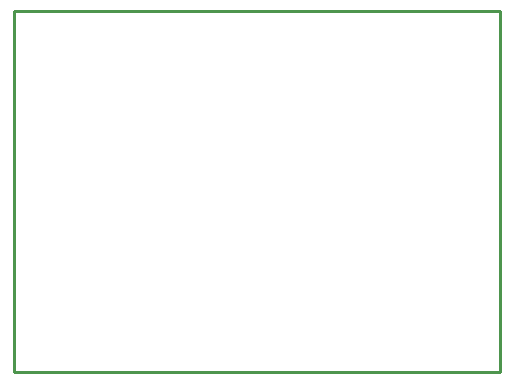
<source format=gm1>
G04*
G04 #@! TF.GenerationSoftware,Altium Limited,Altium Designer,20.0.13 (296)*
G04*
G04 Layer_Color=16711935*
%FSLAX25Y25*%
%MOIN*%
G70*
G01*
G75*
%ADD13C,0.01000*%
D13*
X489500Y172000D02*
Y292500D01*
X651500D01*
Y172000D02*
Y292500D01*
X489500Y172000D02*
X651500D01*
M02*

</source>
